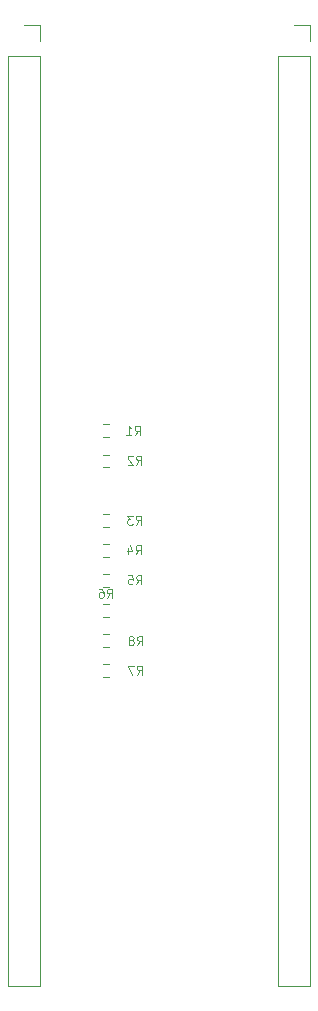
<source format=gbo>
G04 #@! TF.GenerationSoftware,KiCad,Pcbnew,(5.1.12)-1*
G04 #@! TF.CreationDate,2022-10-04T21:51:07-07:00*
G04 #@! TF.ProjectId,HDMIBuffer,48444d49-4275-4666-9665-722e6b696361,rev?*
G04 #@! TF.SameCoordinates,Original*
G04 #@! TF.FileFunction,Legend,Bot*
G04 #@! TF.FilePolarity,Positive*
%FSLAX46Y46*%
G04 Gerber Fmt 4.6, Leading zero omitted, Abs format (unit mm)*
G04 Created by KiCad (PCBNEW (5.1.12)-1) date 2022-10-04 21:51:07*
%MOMM*%
%LPD*%
G01*
G04 APERTURE LIST*
%ADD10C,0.120000*%
%ADD11O,1.600000X1.600000*%
%ADD12R,1.600000X1.600000*%
G04 APERTURE END LIST*
D10*
X119533124Y-116571500D02*
X119023676Y-116571500D01*
X119533124Y-117616500D02*
X119023676Y-117616500D01*
X119533124Y-119111500D02*
X119023676Y-119111500D01*
X119533124Y-120156500D02*
X119023676Y-120156500D01*
X119533124Y-114031500D02*
X119023676Y-114031500D01*
X119533124Y-115076500D02*
X119023676Y-115076500D01*
X119533124Y-111491500D02*
X119023676Y-111491500D01*
X119533124Y-112536500D02*
X119023676Y-112536500D01*
X119533124Y-108951500D02*
X119023676Y-108951500D01*
X119533124Y-109996500D02*
X119023676Y-109996500D01*
X119533124Y-106411500D02*
X119023676Y-106411500D01*
X119533124Y-107456500D02*
X119023676Y-107456500D01*
X119533124Y-101356900D02*
X119023676Y-101356900D01*
X119533124Y-102401900D02*
X119023676Y-102401900D01*
X119533124Y-98791500D02*
X119023676Y-98791500D01*
X119533124Y-99836500D02*
X119023676Y-99836500D01*
X136559600Y-64964000D02*
X135229600Y-64964000D01*
X136559600Y-66294000D02*
X136559600Y-64964000D01*
X136559600Y-67564000D02*
X133899600Y-67564000D01*
X133899600Y-67564000D02*
X133899600Y-146364000D01*
X136559600Y-67564000D02*
X136559600Y-146364000D01*
X136559600Y-146364000D02*
X133899600Y-146364000D01*
X113703601Y-64964000D02*
X112373601Y-64964000D01*
X113703601Y-66294000D02*
X113703601Y-64964000D01*
X113703601Y-67564000D02*
X111043601Y-67564000D01*
X111043601Y-67564000D02*
X111043601Y-146364000D01*
X113703601Y-67564000D02*
X113703601Y-146364000D01*
X113703601Y-146364000D02*
X111043601Y-146364000D01*
X121943400Y-117484085D02*
X122193400Y-117126942D01*
X122371971Y-117484085D02*
X122371971Y-116734085D01*
X122086257Y-116734085D01*
X122014828Y-116769800D01*
X121979114Y-116805514D01*
X121943400Y-116876942D01*
X121943400Y-116984085D01*
X121979114Y-117055514D01*
X122014828Y-117091228D01*
X122086257Y-117126942D01*
X122371971Y-117126942D01*
X121514828Y-117055514D02*
X121586257Y-117019800D01*
X121621971Y-116984085D01*
X121657685Y-116912657D01*
X121657685Y-116876942D01*
X121621971Y-116805514D01*
X121586257Y-116769800D01*
X121514828Y-116734085D01*
X121371971Y-116734085D01*
X121300542Y-116769800D01*
X121264828Y-116805514D01*
X121229114Y-116876942D01*
X121229114Y-116912657D01*
X121264828Y-116984085D01*
X121300542Y-117019800D01*
X121371971Y-117055514D01*
X121514828Y-117055514D01*
X121586257Y-117091228D01*
X121621971Y-117126942D01*
X121657685Y-117198371D01*
X121657685Y-117341228D01*
X121621971Y-117412657D01*
X121586257Y-117448371D01*
X121514828Y-117484085D01*
X121371971Y-117484085D01*
X121300542Y-117448371D01*
X121264828Y-117412657D01*
X121229114Y-117341228D01*
X121229114Y-117198371D01*
X121264828Y-117126942D01*
X121300542Y-117091228D01*
X121371971Y-117055514D01*
X121918000Y-119973285D02*
X122168000Y-119616142D01*
X122346571Y-119973285D02*
X122346571Y-119223285D01*
X122060857Y-119223285D01*
X121989428Y-119259000D01*
X121953714Y-119294714D01*
X121918000Y-119366142D01*
X121918000Y-119473285D01*
X121953714Y-119544714D01*
X121989428Y-119580428D01*
X122060857Y-119616142D01*
X122346571Y-119616142D01*
X121668000Y-119223285D02*
X121168000Y-119223285D01*
X121489428Y-119973285D01*
X119403400Y-113463285D02*
X119653400Y-113106142D01*
X119831971Y-113463285D02*
X119831971Y-112713285D01*
X119546257Y-112713285D01*
X119474828Y-112749000D01*
X119439114Y-112784714D01*
X119403400Y-112856142D01*
X119403400Y-112963285D01*
X119439114Y-113034714D01*
X119474828Y-113070428D01*
X119546257Y-113106142D01*
X119831971Y-113106142D01*
X118760542Y-112713285D02*
X118903400Y-112713285D01*
X118974828Y-112749000D01*
X119010542Y-112784714D01*
X119081971Y-112891857D01*
X119117685Y-113034714D01*
X119117685Y-113320428D01*
X119081971Y-113391857D01*
X119046257Y-113427571D01*
X118974828Y-113463285D01*
X118831971Y-113463285D01*
X118760542Y-113427571D01*
X118724828Y-113391857D01*
X118689114Y-113320428D01*
X118689114Y-113141857D01*
X118724828Y-113070428D01*
X118760542Y-113034714D01*
X118831971Y-112999000D01*
X118974828Y-112999000D01*
X119046257Y-113034714D01*
X119081971Y-113070428D01*
X119117685Y-113141857D01*
X121867200Y-112327885D02*
X122117200Y-111970742D01*
X122295771Y-112327885D02*
X122295771Y-111577885D01*
X122010057Y-111577885D01*
X121938628Y-111613600D01*
X121902914Y-111649314D01*
X121867200Y-111720742D01*
X121867200Y-111827885D01*
X121902914Y-111899314D01*
X121938628Y-111935028D01*
X122010057Y-111970742D01*
X122295771Y-111970742D01*
X121188628Y-111577885D02*
X121545771Y-111577885D01*
X121581485Y-111935028D01*
X121545771Y-111899314D01*
X121474342Y-111863600D01*
X121295771Y-111863600D01*
X121224342Y-111899314D01*
X121188628Y-111935028D01*
X121152914Y-112006457D01*
X121152914Y-112185028D01*
X121188628Y-112256457D01*
X121224342Y-112292171D01*
X121295771Y-112327885D01*
X121474342Y-112327885D01*
X121545771Y-112292171D01*
X121581485Y-112256457D01*
X121816400Y-109787885D02*
X122066400Y-109430742D01*
X122244971Y-109787885D02*
X122244971Y-109037885D01*
X121959257Y-109037885D01*
X121887828Y-109073600D01*
X121852114Y-109109314D01*
X121816400Y-109180742D01*
X121816400Y-109287885D01*
X121852114Y-109359314D01*
X121887828Y-109395028D01*
X121959257Y-109430742D01*
X122244971Y-109430742D01*
X121173542Y-109287885D02*
X121173542Y-109787885D01*
X121352114Y-109002171D02*
X121530685Y-109537885D01*
X121066400Y-109537885D01*
X121839900Y-107273285D02*
X122089900Y-106916142D01*
X122268471Y-107273285D02*
X122268471Y-106523285D01*
X121982757Y-106523285D01*
X121911328Y-106559000D01*
X121875614Y-106594714D01*
X121839900Y-106666142D01*
X121839900Y-106773285D01*
X121875614Y-106844714D01*
X121911328Y-106880428D01*
X121982757Y-106916142D01*
X122268471Y-106916142D01*
X121589900Y-106523285D02*
X121125614Y-106523285D01*
X121375614Y-106809000D01*
X121268471Y-106809000D01*
X121197042Y-106844714D01*
X121161328Y-106880428D01*
X121125614Y-106951857D01*
X121125614Y-107130428D01*
X121161328Y-107201857D01*
X121197042Y-107237571D01*
X121268471Y-107273285D01*
X121482757Y-107273285D01*
X121554185Y-107237571D01*
X121589900Y-107201857D01*
X121867200Y-102193285D02*
X122117200Y-101836142D01*
X122295771Y-102193285D02*
X122295771Y-101443285D01*
X122010057Y-101443285D01*
X121938628Y-101479000D01*
X121902914Y-101514714D01*
X121867200Y-101586142D01*
X121867200Y-101693285D01*
X121902914Y-101764714D01*
X121938628Y-101800428D01*
X122010057Y-101836142D01*
X122295771Y-101836142D01*
X121581485Y-101514714D02*
X121545771Y-101479000D01*
X121474342Y-101443285D01*
X121295771Y-101443285D01*
X121224342Y-101479000D01*
X121188628Y-101514714D01*
X121152914Y-101586142D01*
X121152914Y-101657571D01*
X121188628Y-101764714D01*
X121617200Y-102193285D01*
X121152914Y-102193285D01*
X121740200Y-99678685D02*
X121990200Y-99321542D01*
X122168771Y-99678685D02*
X122168771Y-98928685D01*
X121883057Y-98928685D01*
X121811628Y-98964400D01*
X121775914Y-99000114D01*
X121740200Y-99071542D01*
X121740200Y-99178685D01*
X121775914Y-99250114D01*
X121811628Y-99285828D01*
X121883057Y-99321542D01*
X122168771Y-99321542D01*
X121025914Y-99678685D02*
X121454485Y-99678685D01*
X121240200Y-99678685D02*
X121240200Y-98928685D01*
X121311628Y-99035828D01*
X121383057Y-99107257D01*
X121454485Y-99142971D01*
%LPC*%
G36*
G01*
X118853400Y-116856500D02*
X118853400Y-117331500D01*
G75*
G02*
X118615900Y-117569000I-237500J0D01*
G01*
X118115900Y-117569000D01*
G75*
G02*
X117878400Y-117331500I0J237500D01*
G01*
X117878400Y-116856500D01*
G75*
G02*
X118115900Y-116619000I237500J0D01*
G01*
X118615900Y-116619000D01*
G75*
G02*
X118853400Y-116856500I0J-237500D01*
G01*
G37*
G36*
G01*
X120678400Y-116856500D02*
X120678400Y-117331500D01*
G75*
G02*
X120440900Y-117569000I-237500J0D01*
G01*
X119940900Y-117569000D01*
G75*
G02*
X119703400Y-117331500I0J237500D01*
G01*
X119703400Y-116856500D01*
G75*
G02*
X119940900Y-116619000I237500J0D01*
G01*
X120440900Y-116619000D01*
G75*
G02*
X120678400Y-116856500I0J-237500D01*
G01*
G37*
G36*
G01*
X118853400Y-119396500D02*
X118853400Y-119871500D01*
G75*
G02*
X118615900Y-120109000I-237500J0D01*
G01*
X118115900Y-120109000D01*
G75*
G02*
X117878400Y-119871500I0J237500D01*
G01*
X117878400Y-119396500D01*
G75*
G02*
X118115900Y-119159000I237500J0D01*
G01*
X118615900Y-119159000D01*
G75*
G02*
X118853400Y-119396500I0J-237500D01*
G01*
G37*
G36*
G01*
X120678400Y-119396500D02*
X120678400Y-119871500D01*
G75*
G02*
X120440900Y-120109000I-237500J0D01*
G01*
X119940900Y-120109000D01*
G75*
G02*
X119703400Y-119871500I0J237500D01*
G01*
X119703400Y-119396500D01*
G75*
G02*
X119940900Y-119159000I237500J0D01*
G01*
X120440900Y-119159000D01*
G75*
G02*
X120678400Y-119396500I0J-237500D01*
G01*
G37*
G36*
G01*
X118853400Y-114316500D02*
X118853400Y-114791500D01*
G75*
G02*
X118615900Y-115029000I-237500J0D01*
G01*
X118115900Y-115029000D01*
G75*
G02*
X117878400Y-114791500I0J237500D01*
G01*
X117878400Y-114316500D01*
G75*
G02*
X118115900Y-114079000I237500J0D01*
G01*
X118615900Y-114079000D01*
G75*
G02*
X118853400Y-114316500I0J-237500D01*
G01*
G37*
G36*
G01*
X120678400Y-114316500D02*
X120678400Y-114791500D01*
G75*
G02*
X120440900Y-115029000I-237500J0D01*
G01*
X119940900Y-115029000D01*
G75*
G02*
X119703400Y-114791500I0J237500D01*
G01*
X119703400Y-114316500D01*
G75*
G02*
X119940900Y-114079000I237500J0D01*
G01*
X120440900Y-114079000D01*
G75*
G02*
X120678400Y-114316500I0J-237500D01*
G01*
G37*
G36*
G01*
X118853400Y-111776500D02*
X118853400Y-112251500D01*
G75*
G02*
X118615900Y-112489000I-237500J0D01*
G01*
X118115900Y-112489000D01*
G75*
G02*
X117878400Y-112251500I0J237500D01*
G01*
X117878400Y-111776500D01*
G75*
G02*
X118115900Y-111539000I237500J0D01*
G01*
X118615900Y-111539000D01*
G75*
G02*
X118853400Y-111776500I0J-237500D01*
G01*
G37*
G36*
G01*
X120678400Y-111776500D02*
X120678400Y-112251500D01*
G75*
G02*
X120440900Y-112489000I-237500J0D01*
G01*
X119940900Y-112489000D01*
G75*
G02*
X119703400Y-112251500I0J237500D01*
G01*
X119703400Y-111776500D01*
G75*
G02*
X119940900Y-111539000I237500J0D01*
G01*
X120440900Y-111539000D01*
G75*
G02*
X120678400Y-111776500I0J-237500D01*
G01*
G37*
G36*
G01*
X118853400Y-109236500D02*
X118853400Y-109711500D01*
G75*
G02*
X118615900Y-109949000I-237500J0D01*
G01*
X118115900Y-109949000D01*
G75*
G02*
X117878400Y-109711500I0J237500D01*
G01*
X117878400Y-109236500D01*
G75*
G02*
X118115900Y-108999000I237500J0D01*
G01*
X118615900Y-108999000D01*
G75*
G02*
X118853400Y-109236500I0J-237500D01*
G01*
G37*
G36*
G01*
X120678400Y-109236500D02*
X120678400Y-109711500D01*
G75*
G02*
X120440900Y-109949000I-237500J0D01*
G01*
X119940900Y-109949000D01*
G75*
G02*
X119703400Y-109711500I0J237500D01*
G01*
X119703400Y-109236500D01*
G75*
G02*
X119940900Y-108999000I237500J0D01*
G01*
X120440900Y-108999000D01*
G75*
G02*
X120678400Y-109236500I0J-237500D01*
G01*
G37*
G36*
G01*
X118853400Y-106696500D02*
X118853400Y-107171500D01*
G75*
G02*
X118615900Y-107409000I-237500J0D01*
G01*
X118115900Y-107409000D01*
G75*
G02*
X117878400Y-107171500I0J237500D01*
G01*
X117878400Y-106696500D01*
G75*
G02*
X118115900Y-106459000I237500J0D01*
G01*
X118615900Y-106459000D01*
G75*
G02*
X118853400Y-106696500I0J-237500D01*
G01*
G37*
G36*
G01*
X120678400Y-106696500D02*
X120678400Y-107171500D01*
G75*
G02*
X120440900Y-107409000I-237500J0D01*
G01*
X119940900Y-107409000D01*
G75*
G02*
X119703400Y-107171500I0J237500D01*
G01*
X119703400Y-106696500D01*
G75*
G02*
X119940900Y-106459000I237500J0D01*
G01*
X120440900Y-106459000D01*
G75*
G02*
X120678400Y-106696500I0J-237500D01*
G01*
G37*
G36*
G01*
X118853400Y-101641900D02*
X118853400Y-102116900D01*
G75*
G02*
X118615900Y-102354400I-237500J0D01*
G01*
X118115900Y-102354400D01*
G75*
G02*
X117878400Y-102116900I0J237500D01*
G01*
X117878400Y-101641900D01*
G75*
G02*
X118115900Y-101404400I237500J0D01*
G01*
X118615900Y-101404400D01*
G75*
G02*
X118853400Y-101641900I0J-237500D01*
G01*
G37*
G36*
G01*
X120678400Y-101641900D02*
X120678400Y-102116900D01*
G75*
G02*
X120440900Y-102354400I-237500J0D01*
G01*
X119940900Y-102354400D01*
G75*
G02*
X119703400Y-102116900I0J237500D01*
G01*
X119703400Y-101641900D01*
G75*
G02*
X119940900Y-101404400I237500J0D01*
G01*
X120440900Y-101404400D01*
G75*
G02*
X120678400Y-101641900I0J-237500D01*
G01*
G37*
G36*
G01*
X118853400Y-99076500D02*
X118853400Y-99551500D01*
G75*
G02*
X118615900Y-99789000I-237500J0D01*
G01*
X118115900Y-99789000D01*
G75*
G02*
X117878400Y-99551500I0J237500D01*
G01*
X117878400Y-99076500D01*
G75*
G02*
X118115900Y-98839000I237500J0D01*
G01*
X118615900Y-98839000D01*
G75*
G02*
X118853400Y-99076500I0J-237500D01*
G01*
G37*
G36*
G01*
X120678400Y-99076500D02*
X120678400Y-99551500D01*
G75*
G02*
X120440900Y-99789000I-237500J0D01*
G01*
X119940900Y-99789000D01*
G75*
G02*
X119703400Y-99551500I0J237500D01*
G01*
X119703400Y-99076500D01*
G75*
G02*
X119940900Y-98839000I237500J0D01*
G01*
X120440900Y-98839000D01*
G75*
G02*
X120678400Y-99076500I0J-237500D01*
G01*
G37*
D11*
X137769600Y-145034000D03*
X137769600Y-142494000D03*
X137769600Y-139954000D03*
X137769600Y-137414000D03*
X137769600Y-134874000D03*
X137769600Y-132334000D03*
X137769600Y-129794000D03*
X137769600Y-127254000D03*
X137769600Y-124714000D03*
X137769600Y-122174000D03*
X137769600Y-119634000D03*
X137769600Y-117094000D03*
X137769600Y-114554000D03*
X137769600Y-112014000D03*
X137769600Y-109474000D03*
X137769600Y-106934000D03*
X137769600Y-104394000D03*
X137769600Y-101854000D03*
X137769600Y-99314000D03*
X137769600Y-96774000D03*
X137769600Y-94234000D03*
X137769600Y-91694000D03*
X137769600Y-89154000D03*
X137769600Y-86614000D03*
X137769600Y-84074000D03*
X137769600Y-81534000D03*
X137769600Y-78994000D03*
X137769600Y-76454000D03*
X137769600Y-73914000D03*
X137769600Y-71374000D03*
X137769600Y-68834000D03*
X137769600Y-66294000D03*
X135229600Y-145034000D03*
X135229600Y-142494000D03*
X135229600Y-139954000D03*
X135229600Y-137414000D03*
X135229600Y-134874000D03*
X135229600Y-132334000D03*
X135229600Y-129794000D03*
X135229600Y-127254000D03*
X135229600Y-124714000D03*
X135229600Y-122174000D03*
X135229600Y-119634000D03*
X135229600Y-117094000D03*
X135229600Y-114554000D03*
X135229600Y-112014000D03*
X135229600Y-109474000D03*
X135229600Y-106934000D03*
X135229600Y-104394000D03*
X135229600Y-101854000D03*
X135229600Y-99314000D03*
X135229600Y-96774000D03*
X135229600Y-94234000D03*
X135229600Y-91694000D03*
X135229600Y-89154000D03*
X135229600Y-86614000D03*
X135229600Y-84074000D03*
X135229600Y-81534000D03*
X135229600Y-78994000D03*
X135229600Y-76454000D03*
X135229600Y-73914000D03*
X135229600Y-71374000D03*
X135229600Y-68834000D03*
X135229600Y-66294000D03*
X114909600Y-145034000D03*
X114909600Y-142494000D03*
X114909600Y-139954000D03*
X114909600Y-137414000D03*
X114909600Y-134874000D03*
X114909600Y-132334000D03*
X114909600Y-129794000D03*
X114909600Y-127254000D03*
X114909600Y-124714000D03*
X114909600Y-122174000D03*
X114909600Y-119634000D03*
X114909600Y-117094000D03*
X114909600Y-114554000D03*
X114909600Y-112014000D03*
X114909600Y-109474000D03*
X114909600Y-106934000D03*
X114909600Y-104394000D03*
X114909600Y-101854000D03*
X114909600Y-99314000D03*
X114909600Y-96774000D03*
X114909600Y-94234000D03*
X114909600Y-91694000D03*
X114909600Y-89154000D03*
X114909600Y-86614000D03*
X114909600Y-84074000D03*
X114909600Y-81534000D03*
X114909600Y-78994000D03*
X114909600Y-76454000D03*
X114909600Y-73914000D03*
X114909600Y-71374000D03*
X114909600Y-68834000D03*
D12*
X114909600Y-66294000D03*
D11*
X112373601Y-145034000D03*
X112373601Y-142494000D03*
X112373601Y-139954000D03*
X112373601Y-137414000D03*
X112373601Y-134874000D03*
X112373601Y-132334000D03*
X112373601Y-129794000D03*
X112373601Y-127254000D03*
X112373601Y-124714000D03*
X112373601Y-122174000D03*
X112373601Y-119634000D03*
X112373601Y-117094000D03*
X112373601Y-114554000D03*
X112373601Y-112014000D03*
X112373601Y-109474000D03*
X112373601Y-106934000D03*
X112373601Y-104394000D03*
X112373601Y-101854000D03*
X112373601Y-99314000D03*
X112373601Y-96774000D03*
X112373601Y-94234000D03*
X112373601Y-91694000D03*
X112373601Y-89154000D03*
X112373601Y-86614000D03*
X112373601Y-84074000D03*
X112373601Y-81534000D03*
X112373601Y-78994000D03*
X112373601Y-76454000D03*
X112373601Y-73914000D03*
X112373601Y-71374000D03*
X112373601Y-68834000D03*
D12*
X112373601Y-66294000D03*
M02*

</source>
